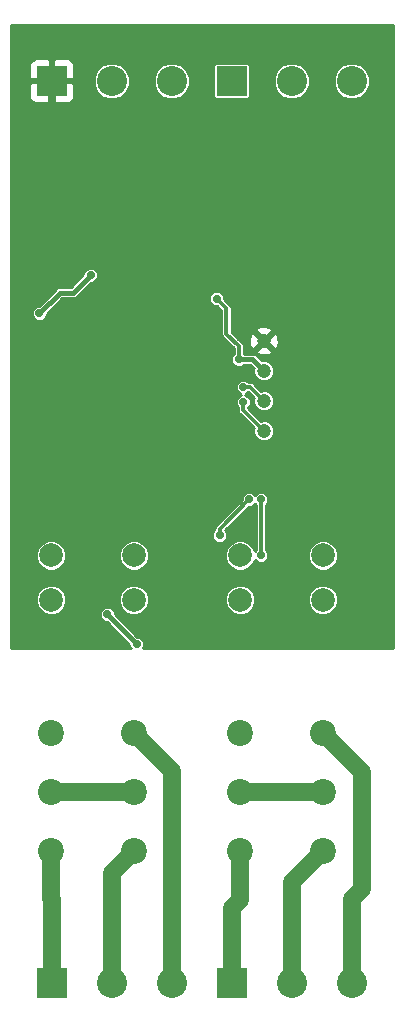
<source format=gbl>
%TF.GenerationSoftware,KiCad,Pcbnew,5.0.2*%
%TF.CreationDate,2020-05-26T14:16:45+02:00*%
%TF.ProjectId,cowdin-2-shutter,636f7764-696e-42d3-922d-736875747465,0.1*%
%TF.SameCoordinates,Original*%
%TF.FileFunction,Copper,L2,Bot*%
%TF.FilePolarity,Positive*%
%FSLAX46Y46*%
G04 Gerber Fmt 4.6, Leading zero omitted, Abs format (unit mm)*
G04 Created by KiCad (PCBNEW 5.0.2) date mar. 26 mai 2020 14:16:45 CEST*
%MOMM*%
%LPD*%
G01*
G04 APERTURE LIST*
%TA.AperFunction,ComponentPad*%
%ADD10C,2.200000*%
%TD*%
%TA.AperFunction,ComponentPad*%
%ADD11C,2.000000*%
%TD*%
%TA.AperFunction,ComponentPad*%
%ADD12C,2.540000*%
%TD*%
%TA.AperFunction,ComponentPad*%
%ADD13R,2.540000X2.540000*%
%TD*%
%TA.AperFunction,BGAPad,CuDef*%
%ADD14C,1.198880*%
%TD*%
%TA.AperFunction,ViaPad*%
%ADD15C,0.711200*%
%TD*%
%TA.AperFunction,Conductor*%
%ADD16C,1.524000*%
%TD*%
%TA.AperFunction,Conductor*%
%ADD17C,0.406400*%
%TD*%
%TA.AperFunction,Conductor*%
%ADD18C,0.304800*%
%TD*%
%TA.AperFunction,Conductor*%
%ADD19C,0.711200*%
%TD*%
%TA.AperFunction,Conductor*%
%ADD20C,0.254000*%
%TD*%
G04 APERTURE END LIST*
D10*
%TO.P,RL1,14*%
%TO.N,Net-(P2-Pad1)*%
X135750000Y-132000000D03*
%TO.P,RL1,11*%
%TO.N,Net-(RL1-Pad11)*%
X135750000Y-127000000D03*
%TO.P,RL1,12*%
%TO.N,Net-(RL1-Pad12)*%
X135750000Y-122000000D03*
D11*
%TO.P,RL1,A1*%
%TO.N,Net-(D1-Pad1)*%
X135750000Y-110750000D03*
%TO.P,RL1,A2*%
%TO.N,VIn*%
X135750000Y-107000000D03*
%TD*%
%TO.P,RL2,A2*%
%TO.N,Net-(D2-Pad1)*%
X142750000Y-107000000D03*
%TO.P,RL2,A1*%
%TO.N,VIn*%
X142750000Y-110750000D03*
D10*
%TO.P,RL2,12*%
%TO.N,Net-(P2-Pad3)*%
X142750000Y-122000000D03*
%TO.P,RL2,11*%
%TO.N,Net-(RL1-Pad11)*%
X142750000Y-127000000D03*
%TO.P,RL2,14*%
%TO.N,Net-(P2-Pad2)*%
X142750000Y-132000000D03*
%TD*%
%TO.P,RL3,14*%
%TO.N,Net-(P4-Pad1)*%
X151750000Y-132000000D03*
%TO.P,RL3,11*%
%TO.N,Net-(RL3-Pad11)*%
X151750000Y-127000000D03*
%TO.P,RL3,12*%
%TO.N,Net-(RL3-Pad12)*%
X151750000Y-122000000D03*
D11*
%TO.P,RL3,A1*%
%TO.N,Net-(D3-Pad1)*%
X151750000Y-110750000D03*
%TO.P,RL3,A2*%
%TO.N,VIn*%
X151750000Y-107000000D03*
%TD*%
%TO.P,RL4,A2*%
%TO.N,Net-(D4-Pad1)*%
X158750000Y-107000000D03*
%TO.P,RL4,A1*%
%TO.N,VIn*%
X158750000Y-110750000D03*
D10*
%TO.P,RL4,12*%
%TO.N,Net-(P4-Pad3)*%
X158750000Y-122000000D03*
%TO.P,RL4,11*%
%TO.N,Net-(RL3-Pad11)*%
X158750000Y-127000000D03*
%TO.P,RL4,14*%
%TO.N,Net-(P4-Pad2)*%
X158750000Y-132000000D03*
%TD*%
D12*
%TO.P,P1,2*%
%TO.N,VIn*%
X140880000Y-66830000D03*
%TO.P,P1,3*%
%TO.N,CAN_H*%
X145960000Y-66830000D03*
D13*
%TO.P,P1,1*%
%TO.N,GND*%
X135800000Y-66830000D03*
%TD*%
%TO.P,P3,1*%
%TO.N,CAN_L*%
X151040000Y-66830000D03*
D12*
%TO.P,P3,3*%
%TO.N,IN_2*%
X161200000Y-66830000D03*
%TO.P,P3,2*%
%TO.N,IN_1*%
X156120000Y-66830000D03*
%TD*%
D13*
%TO.P,P2,1*%
%TO.N,Net-(P2-Pad1)*%
X135800000Y-143170000D03*
D12*
%TO.P,P2,3*%
%TO.N,Net-(P2-Pad3)*%
X145960000Y-143170000D03*
%TO.P,P2,2*%
%TO.N,Net-(P2-Pad2)*%
X140880000Y-143170000D03*
%TD*%
D13*
%TO.P,P4,1*%
%TO.N,Net-(P4-Pad1)*%
X151040000Y-143170000D03*
D12*
%TO.P,P4,3*%
%TO.N,Net-(P4-Pad3)*%
X161200000Y-143170000D03*
%TO.P,P4,2*%
%TO.N,Net-(P4-Pad2)*%
X156120000Y-143170000D03*
%TD*%
D14*
%TO.P,TP1,1*%
%TO.N,SWD_CLK*%
X153750000Y-93900000D03*
%TD*%
%TO.P,TP2,1*%
%TO.N,SWD_DAT*%
X153750000Y-96440000D03*
%TD*%
%TO.P,TP3,1*%
%TO.N,RESET*%
X153750000Y-91360000D03*
%TD*%
%TO.P,TP4,1*%
%TO.N,GND*%
X153750000Y-88820000D03*
%TD*%
D15*
%TO.N,GND*%
X144330000Y-88500000D03*
X145250000Y-91380000D03*
X142500000Y-85000000D03*
X138000000Y-86400000D03*
X136400000Y-86400000D03*
X144300000Y-91380000D03*
X146200000Y-91380000D03*
X143470000Y-81170000D03*
X141000000Y-80600000D03*
X140000000Y-80600000D03*
X142000000Y-80600000D03*
X134750000Y-83000000D03*
X135600000Y-76640000D03*
X134700000Y-76640000D03*
X134700000Y-80750000D03*
X135600000Y-80750000D03*
X145350000Y-76750000D03*
X150750000Y-83800000D03*
X151500000Y-91750000D03*
X148500000Y-89420000D03*
X148500000Y-95420000D03*
X155340000Y-97590000D03*
X159840000Y-88410000D03*
X160680000Y-94250000D03*
X153860000Y-84100000D03*
X144330000Y-87630000D03*
X144330000Y-89370000D03*
X160860000Y-86500000D03*
X163750000Y-97100000D03*
X147350000Y-114270000D03*
X147350000Y-105020000D03*
X147350000Y-109020000D03*
X163770000Y-102200000D03*
X153750000Y-88820000D03*
X155750000Y-79350000D03*
X155000000Y-79350000D03*
X156500000Y-79350000D03*
X162100000Y-79250000D03*
X161250000Y-79250000D03*
X163000000Y-79250000D03*
X156150000Y-82990000D03*
X160860000Y-87390000D03*
%TO.N,Net-(R16-Pad2)*%
X134750000Y-86490000D03*
X139100000Y-83260000D03*
%TO.N,RESET*%
X149750000Y-85250000D03*
X151630000Y-90400000D03*
%TO.N,SWD_CLK*%
X152000000Y-92750000D03*
%TO.N,SWD_DAT*%
X152000000Y-94000000D03*
%TO.N,REL1*%
X153510000Y-107000000D03*
X153510000Y-102250000D03*
%TO.N,REL2*%
X150000000Y-105300000D03*
X152500000Y-102250000D03*
%TO.N,Net-(D1-Pad1)*%
X140500000Y-112000000D03*
X143000000Y-114500000D03*
%TD*%
D16*
%TO.N,Net-(P2-Pad1)*%
X135750000Y-132000000D02*
X135750000Y-136080000D01*
X135750000Y-136080000D02*
X135800000Y-136130000D01*
X135800000Y-136130000D02*
X135800000Y-143170000D01*
%TO.N,Net-(P2-Pad3)*%
X145960000Y-143170000D02*
X145960000Y-125210000D01*
X145960000Y-125210000D02*
X142750000Y-122000000D01*
%TO.N,Net-(P2-Pad2)*%
X140880000Y-143170000D02*
X140880000Y-133870000D01*
X140880000Y-133870000D02*
X142750000Y-132000000D01*
%TO.N,Net-(P4-Pad1)*%
X151040000Y-143170000D02*
X151040000Y-136850000D01*
X151040000Y-136850000D02*
X151750000Y-136140000D01*
X151750000Y-136140000D02*
X151750000Y-132000000D01*
%TO.N,Net-(P4-Pad3)*%
X162050000Y-135280000D02*
X162050000Y-125300000D01*
X162050000Y-125300000D02*
X158750000Y-122000000D01*
X161200000Y-143170000D02*
X161200000Y-136130000D01*
X161200000Y-136130000D02*
X162050000Y-135280000D01*
%TO.N,Net-(P4-Pad2)*%
X156120000Y-143170000D02*
X156120000Y-134630000D01*
X156120000Y-134630000D02*
X158750000Y-132000000D01*
%TO.N,Net-(RL1-Pad11)*%
X142750000Y-127000000D02*
X135750000Y-127000000D01*
%TO.N,Net-(RL3-Pad11)*%
X151750000Y-127000000D02*
X158750000Y-127000000D01*
D17*
%TO.N,GND*%
X136400000Y-86400000D02*
X138000000Y-86400000D01*
X138000000Y-86400000D02*
X141100000Y-86400000D01*
X141100000Y-86400000D02*
X142500000Y-85000000D01*
X144330000Y-87630000D02*
X144330000Y-86830000D01*
X144330000Y-86830000D02*
X142500000Y-85000000D01*
X143470000Y-81170000D02*
X143470000Y-84030000D01*
X143470000Y-84030000D02*
X142500000Y-85000000D01*
D18*
X142000000Y-80600000D02*
X142900000Y-80600000D01*
X142900000Y-80600000D02*
X143470000Y-81170000D01*
D17*
X140000000Y-80600000D02*
X137640000Y-80600000D01*
X137640000Y-80600000D02*
X137490000Y-80750000D01*
X137490000Y-80750000D02*
X135600000Y-80750000D01*
X134700000Y-80750000D02*
X134700000Y-81810000D01*
X134700000Y-81810000D02*
X134750000Y-81860000D01*
X134750000Y-81860000D02*
X134750000Y-83000000D01*
D18*
X145350000Y-76750000D02*
X145350000Y-79290000D01*
X145350000Y-79290000D02*
X143470000Y-81170000D01*
D17*
X150750000Y-83800000D02*
X147360000Y-83800000D01*
X147360000Y-83800000D02*
X144330000Y-86830000D01*
X150660000Y-95420000D02*
X148500000Y-95420000D01*
X155340000Y-97590000D02*
X152830000Y-97590000D01*
X152830000Y-97590000D02*
X150660000Y-95420000D01*
X155340000Y-97590000D02*
X159340000Y-97590000D01*
X159340000Y-97590000D02*
X160680000Y-96250000D01*
X160680000Y-96250000D02*
X160680000Y-94250000D01*
X160680000Y-94250000D02*
X160680000Y-89250000D01*
X160680000Y-89250000D02*
X159840000Y-88410000D01*
X150750000Y-83800000D02*
X152390000Y-83800000D01*
X152390000Y-83800000D02*
X152690000Y-84100000D01*
X152690000Y-84100000D02*
X153860000Y-84100000D01*
X145250000Y-91380000D02*
X145250000Y-90290000D01*
X145250000Y-90290000D02*
X144330000Y-89370000D01*
X148500000Y-89420000D02*
X146120000Y-89420000D01*
X146120000Y-89420000D02*
X145250000Y-90290000D01*
X148500000Y-89420000D02*
X149170000Y-89420000D01*
X149170000Y-89420000D02*
X151500000Y-91750000D01*
X160860000Y-86500000D02*
X160860000Y-87390000D01*
X160860000Y-87390000D02*
X159840000Y-88410000D01*
X163750000Y-97100000D02*
X161530000Y-97100000D01*
X161530000Y-97100000D02*
X160680000Y-96250000D01*
X148500000Y-102880000D02*
X148500000Y-95420000D01*
X147350000Y-105020000D02*
X147350000Y-104030000D01*
X147350000Y-104030000D02*
X148500000Y-102880000D01*
X147350000Y-105020000D02*
X147350000Y-109020000D01*
X147350000Y-109020000D02*
X147350000Y-114270000D01*
X163750000Y-97100000D02*
X163750000Y-99500000D01*
X163750000Y-99500000D02*
X163770000Y-99520000D01*
X163770000Y-99520000D02*
X163770000Y-102200000D01*
X150660000Y-95420000D02*
X150660000Y-92590000D01*
X150660000Y-92590000D02*
X151500000Y-91750000D01*
X151500000Y-91750000D02*
X152530000Y-91750000D01*
X152530000Y-91750000D02*
X153410000Y-92630000D01*
X153410000Y-92630000D02*
X155620000Y-92630000D01*
X155620000Y-92630000D02*
X159840000Y-88410000D01*
D19*
X135800000Y-66830000D02*
X135800000Y-73360000D01*
X135800000Y-73360000D02*
X135600000Y-73560000D01*
X135600000Y-73560000D02*
X135600000Y-76640000D01*
D17*
X160860000Y-86500000D02*
X156070000Y-86500000D01*
X156070000Y-86500000D02*
X153750000Y-88820000D01*
%TO.N,Net-(R16-Pad2)*%
X139100000Y-83260000D02*
X137620000Y-84740000D01*
X137620000Y-84740000D02*
X136500000Y-84740000D01*
X136500000Y-84740000D02*
X134750000Y-86490000D01*
D18*
%TO.N,RESET*%
X151630000Y-90400000D02*
X151630000Y-89290000D01*
X151630000Y-89290000D02*
X150590000Y-88250000D01*
X150590000Y-88250000D02*
X150590000Y-86090000D01*
X150590000Y-86090000D02*
X149750000Y-85250000D01*
D17*
X151630000Y-90400000D02*
X152790000Y-90400000D01*
X152790000Y-90400000D02*
X153750000Y-91360000D01*
D18*
%TO.N,SWD_CLK*%
X152000000Y-92750000D02*
X152600000Y-92750000D01*
X152600000Y-92750000D02*
X153750000Y-93900000D01*
%TO.N,SWD_DAT*%
X152000000Y-94000000D02*
X152000000Y-94690000D01*
X152000000Y-94690000D02*
X153750000Y-96440000D01*
%TO.N,REL1*%
X153510000Y-107000000D02*
X153510000Y-102250000D01*
%TO.N,REL2*%
X150000000Y-105300000D02*
X150000000Y-104750000D01*
X150000000Y-104750000D02*
X152500000Y-102250000D01*
D17*
%TO.N,Net-(D1-Pad1)*%
X140500000Y-112000000D02*
X143000000Y-114500000D01*
%TD*%
D20*
%TO.N,GND*%
G36*
X164645601Y-114873000D02*
X143525025Y-114873000D01*
X143538327Y-114859698D01*
X143635000Y-114626309D01*
X143635000Y-114373691D01*
X143538327Y-114140302D01*
X143359698Y-113961673D01*
X143126309Y-113865000D01*
X143047499Y-113865000D01*
X141135000Y-111952502D01*
X141135000Y-111873691D01*
X141038327Y-111640302D01*
X140859698Y-111461673D01*
X140626309Y-111365000D01*
X140373691Y-111365000D01*
X140140302Y-111461673D01*
X139961673Y-111640302D01*
X139865000Y-111873691D01*
X139865000Y-112126309D01*
X139961673Y-112359698D01*
X140140302Y-112538327D01*
X140373691Y-112635000D01*
X140452502Y-112635000D01*
X142365000Y-114547499D01*
X142365000Y-114626309D01*
X142461673Y-114859698D01*
X142474975Y-114873000D01*
X132354400Y-114873000D01*
X132354400Y-110495512D01*
X134470600Y-110495512D01*
X134470600Y-111004488D01*
X134665377Y-111474722D01*
X135025278Y-111834623D01*
X135495512Y-112029400D01*
X136004488Y-112029400D01*
X136474722Y-111834623D01*
X136834623Y-111474722D01*
X137029400Y-111004488D01*
X137029400Y-110495512D01*
X141470600Y-110495512D01*
X141470600Y-111004488D01*
X141665377Y-111474722D01*
X142025278Y-111834623D01*
X142495512Y-112029400D01*
X143004488Y-112029400D01*
X143474722Y-111834623D01*
X143834623Y-111474722D01*
X144029400Y-111004488D01*
X144029400Y-110495512D01*
X150470600Y-110495512D01*
X150470600Y-111004488D01*
X150665377Y-111474722D01*
X151025278Y-111834623D01*
X151495512Y-112029400D01*
X152004488Y-112029400D01*
X152474722Y-111834623D01*
X152834623Y-111474722D01*
X153029400Y-111004488D01*
X153029400Y-110495512D01*
X157470600Y-110495512D01*
X157470600Y-111004488D01*
X157665377Y-111474722D01*
X158025278Y-111834623D01*
X158495512Y-112029400D01*
X159004488Y-112029400D01*
X159474722Y-111834623D01*
X159834623Y-111474722D01*
X160029400Y-111004488D01*
X160029400Y-110495512D01*
X159834623Y-110025278D01*
X159474722Y-109665377D01*
X159004488Y-109470600D01*
X158495512Y-109470600D01*
X158025278Y-109665377D01*
X157665377Y-110025278D01*
X157470600Y-110495512D01*
X153029400Y-110495512D01*
X152834623Y-110025278D01*
X152474722Y-109665377D01*
X152004488Y-109470600D01*
X151495512Y-109470600D01*
X151025278Y-109665377D01*
X150665377Y-110025278D01*
X150470600Y-110495512D01*
X144029400Y-110495512D01*
X143834623Y-110025278D01*
X143474722Y-109665377D01*
X143004488Y-109470600D01*
X142495512Y-109470600D01*
X142025278Y-109665377D01*
X141665377Y-110025278D01*
X141470600Y-110495512D01*
X137029400Y-110495512D01*
X136834623Y-110025278D01*
X136474722Y-109665377D01*
X136004488Y-109470600D01*
X135495512Y-109470600D01*
X135025278Y-109665377D01*
X134665377Y-110025278D01*
X134470600Y-110495512D01*
X132354400Y-110495512D01*
X132354400Y-106745512D01*
X134470600Y-106745512D01*
X134470600Y-107254488D01*
X134665377Y-107724722D01*
X135025278Y-108084623D01*
X135495512Y-108279400D01*
X136004488Y-108279400D01*
X136474722Y-108084623D01*
X136834623Y-107724722D01*
X137029400Y-107254488D01*
X137029400Y-106745512D01*
X141470600Y-106745512D01*
X141470600Y-107254488D01*
X141665377Y-107724722D01*
X142025278Y-108084623D01*
X142495512Y-108279400D01*
X143004488Y-108279400D01*
X143474722Y-108084623D01*
X143834623Y-107724722D01*
X144029400Y-107254488D01*
X144029400Y-106745512D01*
X143834623Y-106275278D01*
X143474722Y-105915377D01*
X143004488Y-105720600D01*
X142495512Y-105720600D01*
X142025278Y-105915377D01*
X141665377Y-106275278D01*
X141470600Y-106745512D01*
X137029400Y-106745512D01*
X136834623Y-106275278D01*
X136474722Y-105915377D01*
X136004488Y-105720600D01*
X135495512Y-105720600D01*
X135025278Y-105915377D01*
X134665377Y-106275278D01*
X134470600Y-106745512D01*
X132354400Y-106745512D01*
X132354400Y-105173691D01*
X149365000Y-105173691D01*
X149365000Y-105426309D01*
X149461673Y-105659698D01*
X149640302Y-105838327D01*
X149873691Y-105935000D01*
X150126309Y-105935000D01*
X150359698Y-105838327D01*
X150538327Y-105659698D01*
X150635000Y-105426309D01*
X150635000Y-105173691D01*
X150538327Y-104940302D01*
X150479341Y-104881316D01*
X152475658Y-102885000D01*
X152626309Y-102885000D01*
X152859698Y-102788327D01*
X153005000Y-102643025D01*
X153078201Y-102716226D01*
X153078200Y-106533775D01*
X152981677Y-106630298D01*
X152834623Y-106275278D01*
X152474722Y-105915377D01*
X152004488Y-105720600D01*
X151495512Y-105720600D01*
X151025278Y-105915377D01*
X150665377Y-106275278D01*
X150470600Y-106745512D01*
X150470600Y-107254488D01*
X150665377Y-107724722D01*
X151025278Y-108084623D01*
X151495512Y-108279400D01*
X152004488Y-108279400D01*
X152474722Y-108084623D01*
X152834623Y-107724722D01*
X152981677Y-107369702D01*
X153150302Y-107538327D01*
X153383691Y-107635000D01*
X153636309Y-107635000D01*
X153869698Y-107538327D01*
X154048327Y-107359698D01*
X154145000Y-107126309D01*
X154145000Y-106873691D01*
X154091907Y-106745512D01*
X157470600Y-106745512D01*
X157470600Y-107254488D01*
X157665377Y-107724722D01*
X158025278Y-108084623D01*
X158495512Y-108279400D01*
X159004488Y-108279400D01*
X159474722Y-108084623D01*
X159834623Y-107724722D01*
X160029400Y-107254488D01*
X160029400Y-106745512D01*
X159834623Y-106275278D01*
X159474722Y-105915377D01*
X159004488Y-105720600D01*
X158495512Y-105720600D01*
X158025278Y-105915377D01*
X157665377Y-106275278D01*
X157470600Y-106745512D01*
X154091907Y-106745512D01*
X154048327Y-106640302D01*
X153941800Y-106533775D01*
X153941800Y-102716225D01*
X154048327Y-102609698D01*
X154145000Y-102376309D01*
X154145000Y-102123691D01*
X154048327Y-101890302D01*
X153869698Y-101711673D01*
X153636309Y-101615000D01*
X153383691Y-101615000D01*
X153150302Y-101711673D01*
X153005000Y-101856975D01*
X152859698Y-101711673D01*
X152626309Y-101615000D01*
X152373691Y-101615000D01*
X152140302Y-101711673D01*
X151961673Y-101890302D01*
X151865000Y-102123691D01*
X151865000Y-102274342D01*
X149724740Y-104414602D01*
X149688691Y-104438690D01*
X149664603Y-104474740D01*
X149664601Y-104474742D01*
X149593254Y-104581521D01*
X149559742Y-104750000D01*
X149568201Y-104792526D01*
X149568201Y-104833774D01*
X149461673Y-104940302D01*
X149365000Y-105173691D01*
X132354400Y-105173691D01*
X132354400Y-92623691D01*
X151365000Y-92623691D01*
X151365000Y-92876309D01*
X151461673Y-93109698D01*
X151640302Y-93288327D01*
X151849549Y-93375000D01*
X151640302Y-93461673D01*
X151461673Y-93640302D01*
X151365000Y-93873691D01*
X151365000Y-94126309D01*
X151461673Y-94359698D01*
X151568201Y-94466226D01*
X151568201Y-94647474D01*
X151559742Y-94690000D01*
X151593254Y-94858479D01*
X151664601Y-94965258D01*
X151664603Y-94965260D01*
X151688691Y-95001310D01*
X151724740Y-95025397D01*
X152898508Y-96199165D01*
X152871160Y-96265188D01*
X152871160Y-96614812D01*
X153004956Y-96937823D01*
X153252177Y-97185044D01*
X153575188Y-97318840D01*
X153924812Y-97318840D01*
X154247823Y-97185044D01*
X154495044Y-96937823D01*
X154628840Y-96614812D01*
X154628840Y-96265188D01*
X154495044Y-95942177D01*
X154247823Y-95694956D01*
X153924812Y-95561160D01*
X153575188Y-95561160D01*
X153509165Y-95588508D01*
X152431800Y-94511143D01*
X152431800Y-94466225D01*
X152538327Y-94359698D01*
X152635000Y-94126309D01*
X152635000Y-93873691D01*
X152538327Y-93640302D01*
X152359698Y-93461673D01*
X152150451Y-93375000D01*
X152359698Y-93288327D01*
X152443684Y-93204341D01*
X152898508Y-93659165D01*
X152871160Y-93725188D01*
X152871160Y-94074812D01*
X153004956Y-94397823D01*
X153252177Y-94645044D01*
X153575188Y-94778840D01*
X153924812Y-94778840D01*
X154247823Y-94645044D01*
X154495044Y-94397823D01*
X154628840Y-94074812D01*
X154628840Y-93725188D01*
X154495044Y-93402177D01*
X154247823Y-93154956D01*
X153924812Y-93021160D01*
X153575188Y-93021160D01*
X153509165Y-93048508D01*
X152935400Y-92474743D01*
X152911310Y-92438690D01*
X152768480Y-92343254D01*
X152642526Y-92318200D01*
X152642522Y-92318200D01*
X152600000Y-92309742D01*
X152557478Y-92318200D01*
X152466225Y-92318200D01*
X152359698Y-92211673D01*
X152126309Y-92115000D01*
X151873691Y-92115000D01*
X151640302Y-92211673D01*
X151461673Y-92390302D01*
X151365000Y-92623691D01*
X132354400Y-92623691D01*
X132354400Y-86363691D01*
X134115000Y-86363691D01*
X134115000Y-86616309D01*
X134211673Y-86849698D01*
X134390302Y-87028327D01*
X134623691Y-87125000D01*
X134876309Y-87125000D01*
X135109698Y-87028327D01*
X135288327Y-86849698D01*
X135385000Y-86616309D01*
X135385000Y-86537498D01*
X136699899Y-85222600D01*
X137572472Y-85222600D01*
X137620000Y-85232054D01*
X137667528Y-85222600D01*
X137667529Y-85222600D01*
X137808301Y-85194599D01*
X137914422Y-85123691D01*
X149115000Y-85123691D01*
X149115000Y-85376309D01*
X149211673Y-85609698D01*
X149390302Y-85788327D01*
X149623691Y-85885000D01*
X149774343Y-85885000D01*
X150158201Y-86268858D01*
X150158200Y-88207478D01*
X150149742Y-88250000D01*
X150158200Y-88292522D01*
X150158200Y-88292525D01*
X150183254Y-88418479D01*
X150278690Y-88561310D01*
X150314742Y-88585399D01*
X151198201Y-89468859D01*
X151198200Y-89933775D01*
X151091673Y-90040302D01*
X150995000Y-90273691D01*
X150995000Y-90526309D01*
X151091673Y-90759698D01*
X151270302Y-90938327D01*
X151503691Y-91035000D01*
X151756309Y-91035000D01*
X151989698Y-90938327D01*
X152045425Y-90882600D01*
X152590102Y-90882600D01*
X152877466Y-91169964D01*
X152871160Y-91185188D01*
X152871160Y-91534812D01*
X153004956Y-91857823D01*
X153252177Y-92105044D01*
X153575188Y-92238840D01*
X153924812Y-92238840D01*
X154247823Y-92105044D01*
X154495044Y-91857823D01*
X154628840Y-91534812D01*
X154628840Y-91185188D01*
X154495044Y-90862177D01*
X154247823Y-90614956D01*
X153924812Y-90481160D01*
X153575188Y-90481160D01*
X153559964Y-90487466D01*
X153164862Y-90092364D01*
X153137935Y-90052065D01*
X152978301Y-89945401D01*
X152837529Y-89917400D01*
X152837528Y-89917400D01*
X152790000Y-89907946D01*
X152742472Y-89917400D01*
X152061800Y-89917400D01*
X152061800Y-89682329D01*
X153067276Y-89682329D01*
X153116721Y-89907700D01*
X153581171Y-90067249D01*
X154071324Y-90036916D01*
X154383279Y-89907700D01*
X154432724Y-89682329D01*
X153750000Y-88999605D01*
X153067276Y-89682329D01*
X152061800Y-89682329D01*
X152061800Y-89332521D01*
X152070258Y-89289999D01*
X152061800Y-89247477D01*
X152061800Y-89247474D01*
X152036746Y-89121520D01*
X151941310Y-88978690D01*
X151905260Y-88954602D01*
X151601829Y-88651171D01*
X152502751Y-88651171D01*
X152533084Y-89141324D01*
X152662300Y-89453279D01*
X152887671Y-89502724D01*
X153570395Y-88820000D01*
X153929605Y-88820000D01*
X154612329Y-89502724D01*
X154837700Y-89453279D01*
X154997249Y-88988829D01*
X154966916Y-88498676D01*
X154837700Y-88186721D01*
X154612329Y-88137276D01*
X153929605Y-88820000D01*
X153570395Y-88820000D01*
X152887671Y-88137276D01*
X152662300Y-88186721D01*
X152502751Y-88651171D01*
X151601829Y-88651171D01*
X151021800Y-88071143D01*
X151021800Y-87957671D01*
X153067276Y-87957671D01*
X153750000Y-88640395D01*
X154432724Y-87957671D01*
X154383279Y-87732300D01*
X153918829Y-87572751D01*
X153428676Y-87603084D01*
X153116721Y-87732300D01*
X153067276Y-87957671D01*
X151021800Y-87957671D01*
X151021800Y-86132520D01*
X151030258Y-86089999D01*
X151021800Y-86047478D01*
X151021800Y-86047474D01*
X150996746Y-85921520D01*
X150901310Y-85778690D01*
X150865257Y-85754600D01*
X150385000Y-85274343D01*
X150385000Y-85123691D01*
X150288327Y-84890302D01*
X150109698Y-84711673D01*
X149876309Y-84615000D01*
X149623691Y-84615000D01*
X149390302Y-84711673D01*
X149211673Y-84890302D01*
X149115000Y-85123691D01*
X137914422Y-85123691D01*
X137967935Y-85087935D01*
X137994862Y-85047636D01*
X139147499Y-83895000D01*
X139226309Y-83895000D01*
X139459698Y-83798327D01*
X139638327Y-83619698D01*
X139735000Y-83386309D01*
X139735000Y-83133691D01*
X139638327Y-82900302D01*
X139459698Y-82721673D01*
X139226309Y-82625000D01*
X138973691Y-82625000D01*
X138740302Y-82721673D01*
X138561673Y-82900302D01*
X138465000Y-83133691D01*
X138465000Y-83212501D01*
X137420102Y-84257400D01*
X136547529Y-84257400D01*
X136500000Y-84247946D01*
X136452471Y-84257400D01*
X136311699Y-84285401D01*
X136152065Y-84392065D01*
X136125140Y-84432361D01*
X134702502Y-85855000D01*
X134623691Y-85855000D01*
X134390302Y-85951673D01*
X134211673Y-86130302D01*
X134115000Y-86363691D01*
X132354400Y-86363691D01*
X132354400Y-67115750D01*
X133895000Y-67115750D01*
X133895000Y-68226310D01*
X133991673Y-68459699D01*
X134170302Y-68638327D01*
X134403691Y-68735000D01*
X135514250Y-68735000D01*
X135673000Y-68576250D01*
X135673000Y-66957000D01*
X135927000Y-66957000D01*
X135927000Y-68576250D01*
X136085750Y-68735000D01*
X137196309Y-68735000D01*
X137429698Y-68638327D01*
X137608327Y-68459699D01*
X137705000Y-68226310D01*
X137705000Y-67115750D01*
X137546250Y-66957000D01*
X135927000Y-66957000D01*
X135673000Y-66957000D01*
X134053750Y-66957000D01*
X133895000Y-67115750D01*
X132354400Y-67115750D01*
X132354400Y-65433690D01*
X133895000Y-65433690D01*
X133895000Y-66544250D01*
X134053750Y-66703000D01*
X135673000Y-66703000D01*
X135673000Y-65083750D01*
X135927000Y-65083750D01*
X135927000Y-66703000D01*
X137546250Y-66703000D01*
X137705000Y-66544250D01*
X137705000Y-66521805D01*
X139330600Y-66521805D01*
X139330600Y-67138195D01*
X139566482Y-67707665D01*
X140002335Y-68143518D01*
X140571805Y-68379400D01*
X141188195Y-68379400D01*
X141757665Y-68143518D01*
X142193518Y-67707665D01*
X142429400Y-67138195D01*
X142429400Y-66521805D01*
X144410600Y-66521805D01*
X144410600Y-67138195D01*
X144646482Y-67707665D01*
X145082335Y-68143518D01*
X145651805Y-68379400D01*
X146268195Y-68379400D01*
X146837665Y-68143518D01*
X147273518Y-67707665D01*
X147509400Y-67138195D01*
X147509400Y-66521805D01*
X147273518Y-65952335D01*
X146881183Y-65560000D01*
X149485127Y-65560000D01*
X149485127Y-68100000D01*
X149506812Y-68209016D01*
X149568564Y-68301436D01*
X149660984Y-68363188D01*
X149770000Y-68384873D01*
X152310000Y-68384873D01*
X152419016Y-68363188D01*
X152511436Y-68301436D01*
X152573188Y-68209016D01*
X152594873Y-68100000D01*
X152594873Y-66521805D01*
X154570600Y-66521805D01*
X154570600Y-67138195D01*
X154806482Y-67707665D01*
X155242335Y-68143518D01*
X155811805Y-68379400D01*
X156428195Y-68379400D01*
X156997665Y-68143518D01*
X157433518Y-67707665D01*
X157669400Y-67138195D01*
X157669400Y-66521805D01*
X159650600Y-66521805D01*
X159650600Y-67138195D01*
X159886482Y-67707665D01*
X160322335Y-68143518D01*
X160891805Y-68379400D01*
X161508195Y-68379400D01*
X162077665Y-68143518D01*
X162513518Y-67707665D01*
X162749400Y-67138195D01*
X162749400Y-66521805D01*
X162513518Y-65952335D01*
X162077665Y-65516482D01*
X161508195Y-65280600D01*
X160891805Y-65280600D01*
X160322335Y-65516482D01*
X159886482Y-65952335D01*
X159650600Y-66521805D01*
X157669400Y-66521805D01*
X157433518Y-65952335D01*
X156997665Y-65516482D01*
X156428195Y-65280600D01*
X155811805Y-65280600D01*
X155242335Y-65516482D01*
X154806482Y-65952335D01*
X154570600Y-66521805D01*
X152594873Y-66521805D01*
X152594873Y-65560000D01*
X152573188Y-65450984D01*
X152511436Y-65358564D01*
X152419016Y-65296812D01*
X152310000Y-65275127D01*
X149770000Y-65275127D01*
X149660984Y-65296812D01*
X149568564Y-65358564D01*
X149506812Y-65450984D01*
X149485127Y-65560000D01*
X146881183Y-65560000D01*
X146837665Y-65516482D01*
X146268195Y-65280600D01*
X145651805Y-65280600D01*
X145082335Y-65516482D01*
X144646482Y-65952335D01*
X144410600Y-66521805D01*
X142429400Y-66521805D01*
X142193518Y-65952335D01*
X141757665Y-65516482D01*
X141188195Y-65280600D01*
X140571805Y-65280600D01*
X140002335Y-65516482D01*
X139566482Y-65952335D01*
X139330600Y-66521805D01*
X137705000Y-66521805D01*
X137705000Y-65433690D01*
X137608327Y-65200301D01*
X137429698Y-65021673D01*
X137196309Y-64925000D01*
X136085750Y-64925000D01*
X135927000Y-65083750D01*
X135673000Y-65083750D01*
X135514250Y-64925000D01*
X134403691Y-64925000D01*
X134170302Y-65021673D01*
X133991673Y-65200301D01*
X133895000Y-65433690D01*
X132354400Y-65433690D01*
X132354400Y-62104400D01*
X164645600Y-62104400D01*
X164645601Y-114873000D01*
X164645601Y-114873000D01*
G37*
X164645601Y-114873000D02*
X143525025Y-114873000D01*
X143538327Y-114859698D01*
X143635000Y-114626309D01*
X143635000Y-114373691D01*
X143538327Y-114140302D01*
X143359698Y-113961673D01*
X143126309Y-113865000D01*
X143047499Y-113865000D01*
X141135000Y-111952502D01*
X141135000Y-111873691D01*
X141038327Y-111640302D01*
X140859698Y-111461673D01*
X140626309Y-111365000D01*
X140373691Y-111365000D01*
X140140302Y-111461673D01*
X139961673Y-111640302D01*
X139865000Y-111873691D01*
X139865000Y-112126309D01*
X139961673Y-112359698D01*
X140140302Y-112538327D01*
X140373691Y-112635000D01*
X140452502Y-112635000D01*
X142365000Y-114547499D01*
X142365000Y-114626309D01*
X142461673Y-114859698D01*
X142474975Y-114873000D01*
X132354400Y-114873000D01*
X132354400Y-110495512D01*
X134470600Y-110495512D01*
X134470600Y-111004488D01*
X134665377Y-111474722D01*
X135025278Y-111834623D01*
X135495512Y-112029400D01*
X136004488Y-112029400D01*
X136474722Y-111834623D01*
X136834623Y-111474722D01*
X137029400Y-111004488D01*
X137029400Y-110495512D01*
X141470600Y-110495512D01*
X141470600Y-111004488D01*
X141665377Y-111474722D01*
X142025278Y-111834623D01*
X142495512Y-112029400D01*
X143004488Y-112029400D01*
X143474722Y-111834623D01*
X143834623Y-111474722D01*
X144029400Y-111004488D01*
X144029400Y-110495512D01*
X150470600Y-110495512D01*
X150470600Y-111004488D01*
X150665377Y-111474722D01*
X151025278Y-111834623D01*
X151495512Y-112029400D01*
X152004488Y-112029400D01*
X152474722Y-111834623D01*
X152834623Y-111474722D01*
X153029400Y-111004488D01*
X153029400Y-110495512D01*
X157470600Y-110495512D01*
X157470600Y-111004488D01*
X157665377Y-111474722D01*
X158025278Y-111834623D01*
X158495512Y-112029400D01*
X159004488Y-112029400D01*
X159474722Y-111834623D01*
X159834623Y-111474722D01*
X160029400Y-111004488D01*
X160029400Y-110495512D01*
X159834623Y-110025278D01*
X159474722Y-109665377D01*
X159004488Y-109470600D01*
X158495512Y-109470600D01*
X158025278Y-109665377D01*
X157665377Y-110025278D01*
X157470600Y-110495512D01*
X153029400Y-110495512D01*
X152834623Y-110025278D01*
X152474722Y-109665377D01*
X152004488Y-109470600D01*
X151495512Y-109470600D01*
X151025278Y-109665377D01*
X150665377Y-110025278D01*
X150470600Y-110495512D01*
X144029400Y-110495512D01*
X143834623Y-110025278D01*
X143474722Y-109665377D01*
X143004488Y-109470600D01*
X142495512Y-109470600D01*
X142025278Y-109665377D01*
X141665377Y-110025278D01*
X141470600Y-110495512D01*
X137029400Y-110495512D01*
X136834623Y-110025278D01*
X136474722Y-109665377D01*
X136004488Y-109470600D01*
X135495512Y-109470600D01*
X135025278Y-109665377D01*
X134665377Y-110025278D01*
X134470600Y-110495512D01*
X132354400Y-110495512D01*
X132354400Y-106745512D01*
X134470600Y-106745512D01*
X134470600Y-107254488D01*
X134665377Y-107724722D01*
X135025278Y-108084623D01*
X135495512Y-108279400D01*
X136004488Y-108279400D01*
X136474722Y-108084623D01*
X136834623Y-107724722D01*
X137029400Y-107254488D01*
X137029400Y-106745512D01*
X141470600Y-106745512D01*
X141470600Y-107254488D01*
X141665377Y-107724722D01*
X142025278Y-108084623D01*
X142495512Y-108279400D01*
X143004488Y-108279400D01*
X143474722Y-108084623D01*
X143834623Y-107724722D01*
X144029400Y-107254488D01*
X144029400Y-106745512D01*
X143834623Y-106275278D01*
X143474722Y-105915377D01*
X143004488Y-105720600D01*
X142495512Y-105720600D01*
X142025278Y-105915377D01*
X141665377Y-106275278D01*
X141470600Y-106745512D01*
X137029400Y-106745512D01*
X136834623Y-106275278D01*
X136474722Y-105915377D01*
X136004488Y-105720600D01*
X135495512Y-105720600D01*
X135025278Y-105915377D01*
X134665377Y-106275278D01*
X134470600Y-106745512D01*
X132354400Y-106745512D01*
X132354400Y-105173691D01*
X149365000Y-105173691D01*
X149365000Y-105426309D01*
X149461673Y-105659698D01*
X149640302Y-105838327D01*
X149873691Y-105935000D01*
X150126309Y-105935000D01*
X150359698Y-105838327D01*
X150538327Y-105659698D01*
X150635000Y-105426309D01*
X150635000Y-105173691D01*
X150538327Y-104940302D01*
X150479341Y-104881316D01*
X152475658Y-102885000D01*
X152626309Y-102885000D01*
X152859698Y-102788327D01*
X153005000Y-102643025D01*
X153078201Y-102716226D01*
X153078200Y-106533775D01*
X152981677Y-106630298D01*
X152834623Y-106275278D01*
X152474722Y-105915377D01*
X152004488Y-105720600D01*
X151495512Y-105720600D01*
X151025278Y-105915377D01*
X150665377Y-106275278D01*
X150470600Y-106745512D01*
X150470600Y-107254488D01*
X150665377Y-107724722D01*
X151025278Y-108084623D01*
X151495512Y-108279400D01*
X152004488Y-108279400D01*
X152474722Y-108084623D01*
X152834623Y-107724722D01*
X152981677Y-107369702D01*
X153150302Y-107538327D01*
X153383691Y-107635000D01*
X153636309Y-107635000D01*
X153869698Y-107538327D01*
X154048327Y-107359698D01*
X154145000Y-107126309D01*
X154145000Y-106873691D01*
X154091907Y-106745512D01*
X157470600Y-106745512D01*
X157470600Y-107254488D01*
X157665377Y-107724722D01*
X158025278Y-108084623D01*
X158495512Y-108279400D01*
X159004488Y-108279400D01*
X159474722Y-108084623D01*
X159834623Y-107724722D01*
X160029400Y-107254488D01*
X160029400Y-106745512D01*
X159834623Y-106275278D01*
X159474722Y-105915377D01*
X159004488Y-105720600D01*
X158495512Y-105720600D01*
X158025278Y-105915377D01*
X157665377Y-106275278D01*
X157470600Y-106745512D01*
X154091907Y-106745512D01*
X154048327Y-106640302D01*
X153941800Y-106533775D01*
X153941800Y-102716225D01*
X154048327Y-102609698D01*
X154145000Y-102376309D01*
X154145000Y-102123691D01*
X154048327Y-101890302D01*
X153869698Y-101711673D01*
X153636309Y-101615000D01*
X153383691Y-101615000D01*
X153150302Y-101711673D01*
X153005000Y-101856975D01*
X152859698Y-101711673D01*
X152626309Y-101615000D01*
X152373691Y-101615000D01*
X152140302Y-101711673D01*
X151961673Y-101890302D01*
X151865000Y-102123691D01*
X151865000Y-102274342D01*
X149724740Y-104414602D01*
X149688691Y-104438690D01*
X149664603Y-104474740D01*
X149664601Y-104474742D01*
X149593254Y-104581521D01*
X149559742Y-104750000D01*
X149568201Y-104792526D01*
X149568201Y-104833774D01*
X149461673Y-104940302D01*
X149365000Y-105173691D01*
X132354400Y-105173691D01*
X132354400Y-92623691D01*
X151365000Y-92623691D01*
X151365000Y-92876309D01*
X151461673Y-93109698D01*
X151640302Y-93288327D01*
X151849549Y-93375000D01*
X151640302Y-93461673D01*
X151461673Y-93640302D01*
X151365000Y-93873691D01*
X151365000Y-94126309D01*
X151461673Y-94359698D01*
X151568201Y-94466226D01*
X151568201Y-94647474D01*
X151559742Y-94690000D01*
X151593254Y-94858479D01*
X151664601Y-94965258D01*
X151664603Y-94965260D01*
X151688691Y-95001310D01*
X151724740Y-95025397D01*
X152898508Y-96199165D01*
X152871160Y-96265188D01*
X152871160Y-96614812D01*
X153004956Y-96937823D01*
X153252177Y-97185044D01*
X153575188Y-97318840D01*
X153924812Y-97318840D01*
X154247823Y-97185044D01*
X154495044Y-96937823D01*
X154628840Y-96614812D01*
X154628840Y-96265188D01*
X154495044Y-95942177D01*
X154247823Y-95694956D01*
X153924812Y-95561160D01*
X153575188Y-95561160D01*
X153509165Y-95588508D01*
X152431800Y-94511143D01*
X152431800Y-94466225D01*
X152538327Y-94359698D01*
X152635000Y-94126309D01*
X152635000Y-93873691D01*
X152538327Y-93640302D01*
X152359698Y-93461673D01*
X152150451Y-93375000D01*
X152359698Y-93288327D01*
X152443684Y-93204341D01*
X152898508Y-93659165D01*
X152871160Y-93725188D01*
X152871160Y-94074812D01*
X153004956Y-94397823D01*
X153252177Y-94645044D01*
X153575188Y-94778840D01*
X153924812Y-94778840D01*
X154247823Y-94645044D01*
X154495044Y-94397823D01*
X154628840Y-94074812D01*
X154628840Y-93725188D01*
X154495044Y-93402177D01*
X154247823Y-93154956D01*
X153924812Y-93021160D01*
X153575188Y-93021160D01*
X153509165Y-93048508D01*
X152935400Y-92474743D01*
X152911310Y-92438690D01*
X152768480Y-92343254D01*
X152642526Y-92318200D01*
X152642522Y-92318200D01*
X152600000Y-92309742D01*
X152557478Y-92318200D01*
X152466225Y-92318200D01*
X152359698Y-92211673D01*
X152126309Y-92115000D01*
X151873691Y-92115000D01*
X151640302Y-92211673D01*
X151461673Y-92390302D01*
X151365000Y-92623691D01*
X132354400Y-92623691D01*
X132354400Y-86363691D01*
X134115000Y-86363691D01*
X134115000Y-86616309D01*
X134211673Y-86849698D01*
X134390302Y-87028327D01*
X134623691Y-87125000D01*
X134876309Y-87125000D01*
X135109698Y-87028327D01*
X135288327Y-86849698D01*
X135385000Y-86616309D01*
X135385000Y-86537498D01*
X136699899Y-85222600D01*
X137572472Y-85222600D01*
X137620000Y-85232054D01*
X137667528Y-85222600D01*
X137667529Y-85222600D01*
X137808301Y-85194599D01*
X137914422Y-85123691D01*
X149115000Y-85123691D01*
X149115000Y-85376309D01*
X149211673Y-85609698D01*
X149390302Y-85788327D01*
X149623691Y-85885000D01*
X149774343Y-85885000D01*
X150158201Y-86268858D01*
X150158200Y-88207478D01*
X150149742Y-88250000D01*
X150158200Y-88292522D01*
X150158200Y-88292525D01*
X150183254Y-88418479D01*
X150278690Y-88561310D01*
X150314742Y-88585399D01*
X151198201Y-89468859D01*
X151198200Y-89933775D01*
X151091673Y-90040302D01*
X150995000Y-90273691D01*
X150995000Y-90526309D01*
X151091673Y-90759698D01*
X151270302Y-90938327D01*
X151503691Y-91035000D01*
X151756309Y-91035000D01*
X151989698Y-90938327D01*
X152045425Y-90882600D01*
X152590102Y-90882600D01*
X152877466Y-91169964D01*
X152871160Y-91185188D01*
X152871160Y-91534812D01*
X153004956Y-91857823D01*
X153252177Y-92105044D01*
X153575188Y-92238840D01*
X153924812Y-92238840D01*
X154247823Y-92105044D01*
X154495044Y-91857823D01*
X154628840Y-91534812D01*
X154628840Y-91185188D01*
X154495044Y-90862177D01*
X154247823Y-90614956D01*
X153924812Y-90481160D01*
X153575188Y-90481160D01*
X153559964Y-90487466D01*
X153164862Y-90092364D01*
X153137935Y-90052065D01*
X152978301Y-89945401D01*
X152837529Y-89917400D01*
X152837528Y-89917400D01*
X152790000Y-89907946D01*
X152742472Y-89917400D01*
X152061800Y-89917400D01*
X152061800Y-89682329D01*
X153067276Y-89682329D01*
X153116721Y-89907700D01*
X153581171Y-90067249D01*
X154071324Y-90036916D01*
X154383279Y-89907700D01*
X154432724Y-89682329D01*
X153750000Y-88999605D01*
X153067276Y-89682329D01*
X152061800Y-89682329D01*
X152061800Y-89332521D01*
X152070258Y-89289999D01*
X152061800Y-89247477D01*
X152061800Y-89247474D01*
X152036746Y-89121520D01*
X151941310Y-88978690D01*
X151905260Y-88954602D01*
X151601829Y-88651171D01*
X152502751Y-88651171D01*
X152533084Y-89141324D01*
X152662300Y-89453279D01*
X152887671Y-89502724D01*
X153570395Y-88820000D01*
X153929605Y-88820000D01*
X154612329Y-89502724D01*
X154837700Y-89453279D01*
X154997249Y-88988829D01*
X154966916Y-88498676D01*
X154837700Y-88186721D01*
X154612329Y-88137276D01*
X153929605Y-88820000D01*
X153570395Y-88820000D01*
X152887671Y-88137276D01*
X152662300Y-88186721D01*
X152502751Y-88651171D01*
X151601829Y-88651171D01*
X151021800Y-88071143D01*
X151021800Y-87957671D01*
X153067276Y-87957671D01*
X153750000Y-88640395D01*
X154432724Y-87957671D01*
X154383279Y-87732300D01*
X153918829Y-87572751D01*
X153428676Y-87603084D01*
X153116721Y-87732300D01*
X153067276Y-87957671D01*
X151021800Y-87957671D01*
X151021800Y-86132520D01*
X151030258Y-86089999D01*
X151021800Y-86047478D01*
X151021800Y-86047474D01*
X150996746Y-85921520D01*
X150901310Y-85778690D01*
X150865257Y-85754600D01*
X150385000Y-85274343D01*
X150385000Y-85123691D01*
X150288327Y-84890302D01*
X150109698Y-84711673D01*
X149876309Y-84615000D01*
X149623691Y-84615000D01*
X149390302Y-84711673D01*
X149211673Y-84890302D01*
X149115000Y-85123691D01*
X137914422Y-85123691D01*
X137967935Y-85087935D01*
X137994862Y-85047636D01*
X139147499Y-83895000D01*
X139226309Y-83895000D01*
X139459698Y-83798327D01*
X139638327Y-83619698D01*
X139735000Y-83386309D01*
X139735000Y-83133691D01*
X139638327Y-82900302D01*
X139459698Y-82721673D01*
X139226309Y-82625000D01*
X138973691Y-82625000D01*
X138740302Y-82721673D01*
X138561673Y-82900302D01*
X138465000Y-83133691D01*
X138465000Y-83212501D01*
X137420102Y-84257400D01*
X136547529Y-84257400D01*
X136500000Y-84247946D01*
X136452471Y-84257400D01*
X136311699Y-84285401D01*
X136152065Y-84392065D01*
X136125140Y-84432361D01*
X134702502Y-85855000D01*
X134623691Y-85855000D01*
X134390302Y-85951673D01*
X134211673Y-86130302D01*
X134115000Y-86363691D01*
X132354400Y-86363691D01*
X132354400Y-67115750D01*
X133895000Y-67115750D01*
X133895000Y-68226310D01*
X133991673Y-68459699D01*
X134170302Y-68638327D01*
X134403691Y-68735000D01*
X135514250Y-68735000D01*
X135673000Y-68576250D01*
X135673000Y-66957000D01*
X135927000Y-66957000D01*
X135927000Y-68576250D01*
X136085750Y-68735000D01*
X137196309Y-68735000D01*
X137429698Y-68638327D01*
X137608327Y-68459699D01*
X137705000Y-68226310D01*
X137705000Y-67115750D01*
X137546250Y-66957000D01*
X135927000Y-66957000D01*
X135673000Y-66957000D01*
X134053750Y-66957000D01*
X133895000Y-67115750D01*
X132354400Y-67115750D01*
X132354400Y-65433690D01*
X133895000Y-65433690D01*
X133895000Y-66544250D01*
X134053750Y-66703000D01*
X135673000Y-66703000D01*
X135673000Y-65083750D01*
X135927000Y-65083750D01*
X135927000Y-66703000D01*
X137546250Y-66703000D01*
X137705000Y-66544250D01*
X137705000Y-66521805D01*
X139330600Y-66521805D01*
X139330600Y-67138195D01*
X139566482Y-67707665D01*
X140002335Y-68143518D01*
X140571805Y-68379400D01*
X141188195Y-68379400D01*
X141757665Y-68143518D01*
X142193518Y-67707665D01*
X142429400Y-67138195D01*
X142429400Y-66521805D01*
X144410600Y-66521805D01*
X144410600Y-67138195D01*
X144646482Y-67707665D01*
X145082335Y-68143518D01*
X145651805Y-68379400D01*
X146268195Y-68379400D01*
X146837665Y-68143518D01*
X147273518Y-67707665D01*
X147509400Y-67138195D01*
X147509400Y-66521805D01*
X147273518Y-65952335D01*
X146881183Y-65560000D01*
X149485127Y-65560000D01*
X149485127Y-68100000D01*
X149506812Y-68209016D01*
X149568564Y-68301436D01*
X149660984Y-68363188D01*
X149770000Y-68384873D01*
X152310000Y-68384873D01*
X152419016Y-68363188D01*
X152511436Y-68301436D01*
X152573188Y-68209016D01*
X152594873Y-68100000D01*
X152594873Y-66521805D01*
X154570600Y-66521805D01*
X154570600Y-67138195D01*
X154806482Y-67707665D01*
X155242335Y-68143518D01*
X155811805Y-68379400D01*
X156428195Y-68379400D01*
X156997665Y-68143518D01*
X157433518Y-67707665D01*
X157669400Y-67138195D01*
X157669400Y-66521805D01*
X159650600Y-66521805D01*
X159650600Y-67138195D01*
X159886482Y-67707665D01*
X160322335Y-68143518D01*
X160891805Y-68379400D01*
X161508195Y-68379400D01*
X162077665Y-68143518D01*
X162513518Y-67707665D01*
X162749400Y-67138195D01*
X162749400Y-66521805D01*
X162513518Y-65952335D01*
X162077665Y-65516482D01*
X161508195Y-65280600D01*
X160891805Y-65280600D01*
X160322335Y-65516482D01*
X159886482Y-65952335D01*
X159650600Y-66521805D01*
X157669400Y-66521805D01*
X157433518Y-65952335D01*
X156997665Y-65516482D01*
X156428195Y-65280600D01*
X155811805Y-65280600D01*
X155242335Y-65516482D01*
X154806482Y-65952335D01*
X154570600Y-66521805D01*
X152594873Y-66521805D01*
X152594873Y-65560000D01*
X152573188Y-65450984D01*
X152511436Y-65358564D01*
X152419016Y-65296812D01*
X152310000Y-65275127D01*
X149770000Y-65275127D01*
X149660984Y-65296812D01*
X149568564Y-65358564D01*
X149506812Y-65450984D01*
X149485127Y-65560000D01*
X146881183Y-65560000D01*
X146837665Y-65516482D01*
X146268195Y-65280600D01*
X145651805Y-65280600D01*
X145082335Y-65516482D01*
X144646482Y-65952335D01*
X144410600Y-66521805D01*
X142429400Y-66521805D01*
X142193518Y-65952335D01*
X141757665Y-65516482D01*
X141188195Y-65280600D01*
X140571805Y-65280600D01*
X140002335Y-65516482D01*
X139566482Y-65952335D01*
X139330600Y-66521805D01*
X137705000Y-66521805D01*
X137705000Y-65433690D01*
X137608327Y-65200301D01*
X137429698Y-65021673D01*
X137196309Y-64925000D01*
X136085750Y-64925000D01*
X135927000Y-65083750D01*
X135673000Y-65083750D01*
X135514250Y-64925000D01*
X134403691Y-64925000D01*
X134170302Y-65021673D01*
X133991673Y-65200301D01*
X133895000Y-65433690D01*
X132354400Y-65433690D01*
X132354400Y-62104400D01*
X164645600Y-62104400D01*
X164645601Y-114873000D01*
%TD*%
M02*

</source>
